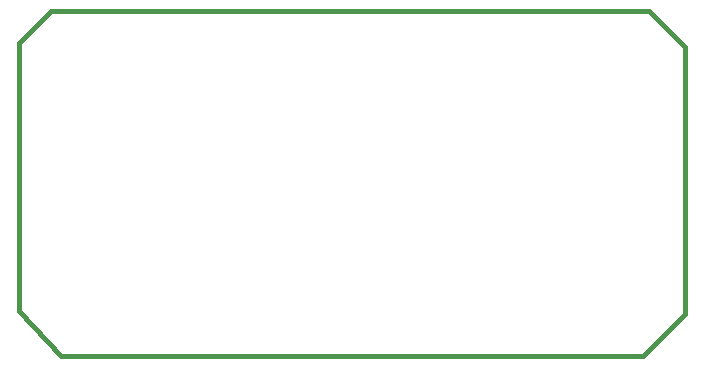
<source format=gko>
G04 (created by PCBNEW-RS274X (2011-05-25)-stable) date Fri 13 Mar 2015 11:37:05 GMT*
G01*
G70*
G90*
%MOIN*%
G04 Gerber Fmt 3.4, Leading zero omitted, Abs format*
%FSLAX34Y34*%
G04 APERTURE LIST*
%ADD10C,0.006000*%
%ADD11C,0.015000*%
G04 APERTURE END LIST*
G54D10*
G54D11*
X67600Y-31000D02*
X66400Y-29800D01*
X46450Y-29800D02*
X66400Y-29800D01*
X45400Y-39800D02*
X45400Y-30850D01*
X67600Y-39900D02*
X66200Y-41300D01*
X67600Y-31000D02*
X67600Y-39900D01*
X46800Y-41300D02*
X66200Y-41300D01*
X45400Y-39800D02*
X46800Y-41300D01*
X45400Y-30850D02*
X46450Y-29800D01*
M02*

</source>
